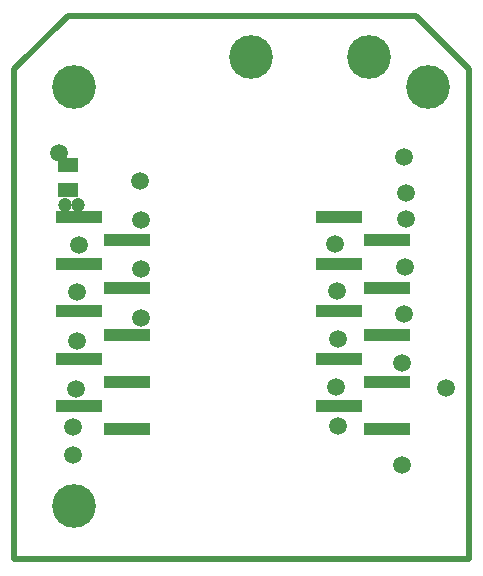
<source format=gbs>
G04 Layer_Color=16711935*
%FSLAX44Y44*%
%MOMM*%
G71*
G01*
G75*
%ADD16C,0.5000*%
%ADD36C,3.7032*%
%ADD37C,1.5032*%
%ADD38C,1.2032*%
%ADD39R,1.7032X1.2032*%
%ADD40R,3.9032X1.0032*%
D16*
X250000Y250000D02*
Y665000D01*
X295000Y710000D01*
X590000D01*
X635000Y665000D01*
Y250000D02*
Y665000D01*
X250000Y250000D02*
X635000D01*
D36*
X450000Y675000D02*
D03*
X550000D02*
D03*
X300000Y650000D02*
D03*
X600000D02*
D03*
X300000Y295000D02*
D03*
D37*
X299750Y362000D02*
D03*
X299500Y338500D02*
D03*
X302500Y394250D02*
D03*
X303250Y434500D02*
D03*
X357250Y454000D02*
D03*
X303250Y476000D02*
D03*
X357500Y495500D02*
D03*
Y537250D02*
D03*
X579750Y590500D02*
D03*
X356500Y570000D02*
D03*
X288000Y594250D02*
D03*
X523750Y363000D02*
D03*
X522000Y395750D02*
D03*
X578250Y416500D02*
D03*
X523750Y436250D02*
D03*
X579750Y458000D02*
D03*
X522750Y477000D02*
D03*
X580250Y497750D02*
D03*
X521250Y517000D02*
D03*
X581750Y538250D02*
D03*
X581250Y560250D02*
D03*
X305000Y516500D02*
D03*
X615000Y395000D02*
D03*
X578000Y330000D02*
D03*
D38*
X304000Y550250D02*
D03*
X292500Y550000D02*
D03*
D39*
X295000Y563000D02*
D03*
Y584000D02*
D03*
D40*
X305000Y540000D02*
D03*
X345000Y520000D02*
D03*
X305000Y500000D02*
D03*
X345000Y480000D02*
D03*
X305000Y460000D02*
D03*
X345000Y440000D02*
D03*
X305000Y420000D02*
D03*
X345000Y400000D02*
D03*
X305000Y380000D02*
D03*
X345000Y360000D02*
D03*
X565000D02*
D03*
X525000Y380000D02*
D03*
X565000Y400000D02*
D03*
X525000Y420000D02*
D03*
X565000Y440000D02*
D03*
X525000Y460000D02*
D03*
X565000Y480000D02*
D03*
X525000Y500000D02*
D03*
X565000Y520000D02*
D03*
X525000Y540000D02*
D03*
M02*

</source>
